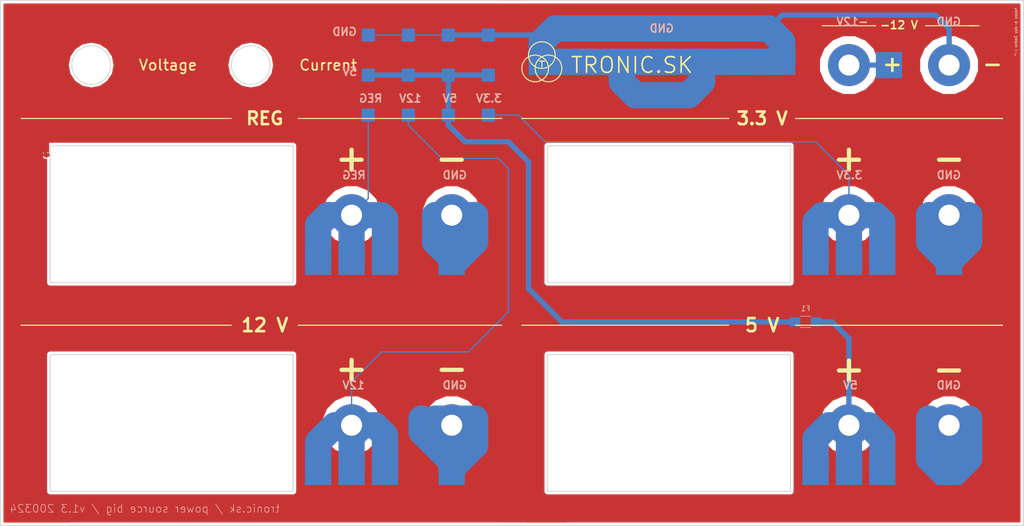
<source format=kicad_pcb>
(kicad_pcb (version 4) (host pcbnew 4.0.7)

  (general
    (links 39)
    (no_connects 2)
    (area 78.410999 24.689999 273.213501 124.877501)
    (thickness 1.6)
    (drawings 111)
    (tracks 142)
    (zones 0)
    (modules 48)
    (nets 12)
  )

  (page A4)
  (layers
    (0 F.Cu signal)
    (31 B.Cu signal)
    (32 B.Adhes user)
    (33 F.Adhes user)
    (34 B.Paste user)
    (35 F.Paste user)
    (36 B.SilkS user)
    (37 F.SilkS user)
    (38 B.Mask user)
    (39 F.Mask user)
    (40 Dwgs.User user)
    (41 Cmts.User user)
    (42 Eco1.User user)
    (43 Eco2.User user)
    (44 Edge.Cuts user)
    (45 Margin user)
    (46 B.CrtYd user)
    (47 F.CrtYd user)
    (48 B.Fab user)
    (49 F.Fab user)
  )

  (setup
    (last_trace_width 0.25)
    (trace_clearance 0.1)
    (zone_clearance 0.508)
    (zone_45_only no)
    (trace_min 0.2)
    (segment_width 0.2)
    (edge_width 0.15)
    (via_size 0.6)
    (via_drill 0.4)
    (via_min_size 0.4)
    (via_min_drill 0.3)
    (uvia_size 0.3)
    (uvia_drill 0.1)
    (uvias_allowed no)
    (uvia_min_size 0.2)
    (uvia_min_drill 0.1)
    (pcb_text_width 0.3)
    (pcb_text_size 1.5 1.5)
    (mod_edge_width 0.15)
    (mod_text_size 1 1)
    (mod_text_width 0.15)
    (pad_size 1.524 1.524)
    (pad_drill 0.762)
    (pad_to_mask_clearance 0.2)
    (aux_axis_origin 0 0)
    (grid_origin 130.683 96.139)
    (visible_elements 7FFFFFFF)
    (pcbplotparams
      (layerselection 0x010f0_80000001)
      (usegerberextensions true)
      (excludeedgelayer true)
      (linewidth 0.100000)
      (plotframeref false)
      (viasonmask false)
      (mode 1)
      (useauxorigin false)
      (hpglpennumber 1)
      (hpglpenspeed 20)
      (hpglpendiameter 15)
      (hpglpenoverlay 2)
      (psnegative false)
      (psa4output false)
      (plotreference true)
      (plotvalue true)
      (plotinvisibletext false)
      (padsonsilk false)
      (subtractmaskfromsilk false)
      (outputformat 1)
      (mirror false)
      (drillshape 0)
      (scaleselection 1)
      (outputdirectory gerber/))
  )

  (net 0 "")
  (net 1 aaa)
  (net 2 3V)
  (net 3 5V)
  (net 4 REG)
  (net 5 12V)
  (net 6 GND-REG)
  (net 7 GND-12V)
  (net 8 GND-3V)
  (net 9 GND-5V)
  (net 10 -12V)
  (net 11 GND)

  (net_class Default "This is the default net class."
    (clearance 0.1)
    (trace_width 0.25)
    (via_dia 0.6)
    (via_drill 0.4)
    (uvia_dia 0.3)
    (uvia_drill 0.1)
  )

  (net_class 2kv ""
    (clearance 1.5)
    (trace_width 1)
    (via_dia 1.5)
    (via_drill 1)
    (uvia_dia 0.75)
    (uvia_drill 0.25)
    (add_net -12V)
    (add_net 12V)
    (add_net 3V)
    (add_net 5V)
    (add_net GND)
    (add_net GND-12V)
    (add_net GND-3V)
    (add_net GND-5V)
    (add_net GND-REG)
    (add_net REG)
    (add_net aaa)
  )

  (net_class mains ""
    (clearance 0.5)
    (trace_width 5)
    (via_dia 3)
    (via_drill 2)
    (uvia_dia 1.5)
    (uvia_drill 0.5)
  )

  (net_class power ""
    (clearance 1)
    (trace_width 1)
    (via_dia 1.5)
    (via_drill 1)
    (uvia_dia 0.75)
    (uvia_drill 0.25)
  )

  (module Resistors_SMD:R_0201 (layer F.Cu) (tedit 5E787D1F) (tstamp 5B91AF20)
    (at 87.503 54.229)
    (descr "Resistor SMD 0201, reflow soldering, Vishay (see crcw0201e3.pdf)")
    (tags "resistor 0201")
    (path /5B922441)
    (attr smd)
    (fp_text reference R1 (at 0 -1.25) (layer F.SilkS) hide
      (effects (font (size 1 1) (thickness 0.15)))
    )
    (fp_text value R (at 0 1.3) (layer F.Fab) hide
      (effects (font (size 1 1) (thickness 0.15)))
    )
    (fp_text user %R (at 0 -1.25) (layer F.Fab) hide
      (effects (font (size 1 1) (thickness 0.15)))
    )
    (fp_line (start -0.3 0.15) (end -0.3 -0.15) (layer F.Fab) (width 0.1))
    (fp_line (start 0.3 0.15) (end -0.3 0.15) (layer F.Fab) (width 0.1))
    (fp_line (start 0.3 -0.15) (end 0.3 0.15) (layer F.Fab) (width 0.1))
    (fp_line (start -0.3 -0.15) (end 0.3 -0.15) (layer F.Fab) (width 0.1))
    (fp_line (start 0.12 -0.44) (end -0.12 -0.44) (layer F.SilkS) (width 0.12))
    (fp_line (start -0.12 0.44) (end 0.12 0.44) (layer F.SilkS) (width 0.12))
    (fp_line (start -0.55 -0.37) (end 0.55 -0.37) (layer F.CrtYd) (width 0.05))
    (fp_line (start -0.55 -0.37) (end -0.55 0.36) (layer F.CrtYd) (width 0.05))
    (fp_line (start 0.55 0.36) (end 0.55 -0.37) (layer F.CrtYd) (width 0.05))
    (fp_line (start 0.55 0.36) (end -0.55 0.36) (layer F.CrtYd) (width 0.05))
    (pad 1 smd rect (at -0.26 0) (size 0.28 0.43) (layers F.Cu F.Paste F.Mask)
      (net 1 aaa))
    (pad 2 smd rect (at 0.26 0) (size 0.28 0.43) (layers F.Cu F.Paste F.Mask)
      (net 1 aaa))
    (model ${KISYS3DMOD}/Resistors_SMD.3dshapes/R_0201.wrl
      (at (xyz 0 0 0))
      (scale (xyz 1 1 1))
      (rotate (xyz 0 0 0))
    )
  )

  (module psw-library:psw-kontakt-smd-maly (layer B.Cu) (tedit 5E77A085) (tstamp 5E768E93)
    (at 163.703 38.989)
    (path /5E76AF50)
    (fp_text reference 5V-meter1 (at 0 -3.683) (layer B.SilkS) hide
      (effects (font (size 1 1) (thickness 0.15)) (justify mirror))
    )
    (fp_text value 5V-meter (at -0.0635 3.4925) (layer B.Fab)
      (effects (font (size 1 1) (thickness 0.15)) (justify mirror))
    )
    (pad 1 smd rect (at 0 0) (size 2.5 2.5) (layers B.Cu B.Paste B.Mask)
      (net 3 5V))
  )

  (module psw-library:psw-kontakt-smd-maly (layer B.Cu) (tedit 5E77A083) (tstamp 5E768E98)
    (at 171.323 38.989)
    (path /5E76AFBB)
    (fp_text reference 5V-meter4 (at 0 -3.683) (layer B.SilkS) hide
      (effects (font (size 1 1) (thickness 0.15)) (justify mirror))
    )
    (fp_text value 5V-meter (at -0.0635 3.4925) (layer B.Fab)
      (effects (font (size 1 1) (thickness 0.15)) (justify mirror))
    )
    (pad 1 smd rect (at 0 0) (size 2.5 2.5) (layers B.Cu B.Paste B.Mask)
      (net 3 5V))
  )

  (module psw-library:psw-kontakt-smd-maly (layer B.Cu) (tedit 5E77A098) (tstamp 5E768E9D)
    (at 148.463 31.369)
    (path /5E76B3D8)
    (fp_text reference gnd-meter3 (at 0 -3.683) (layer B.SilkS) hide
      (effects (font (size 1 1) (thickness 0.15)) (justify mirror))
    )
    (fp_text value gnd-meter (at -0.0635 3.4925) (layer B.Fab)
      (effects (font (size 1 1) (thickness 0.15)) (justify mirror))
    )
    (pad 1 smd rect (at 0 0) (size 2.5 2.5) (layers B.Cu B.Paste B.Mask)
      (net 11 GND))
  )

  (module psw-library:psw-kontakt-smd-maly (layer B.Cu) (tedit 5E77A092) (tstamp 5E768EA2)
    (at 163.703 31.369)
    (path /5E76B73E)
    (fp_text reference gnd-meter4 (at 0 -3.683) (layer B.SilkS) hide
      (effects (font (size 1 1) (thickness 0.15)) (justify mirror))
    )
    (fp_text value gnd-meter (at -0.0635 3.4925) (layer B.Fab)
      (effects (font (size 1 1) (thickness 0.15)) (justify mirror))
    )
    (pad 1 smd rect (at 0 0) (size 2.5 2.5) (layers B.Cu B.Paste B.Mask)
      (net 11 GND))
  )

  (module psw-library:psw-kontakt-smd-maly (layer B.Cu) (tedit 5E77A089) (tstamp 5E776E67)
    (at 156.083 38.989)
    (path /5C3BD212)
    (fp_text reference 5V-meter2 (at 0 -3.683) (layer B.SilkS) hide
      (effects (font (size 1 1) (thickness 0.15)) (justify mirror))
    )
    (fp_text value 5V-meter (at -0.0635 3.4925) (layer B.Fab)
      (effects (font (size 1 1) (thickness 0.15)) (justify mirror))
    )
    (pad 1 smd rect (at 0 0) (size 2.5 2.5) (layers B.Cu B.Paste B.Mask)
      (net 3 5V))
  )

  (module psw-library:psw-kontakt-smd-maly (layer B.Cu) (tedit 5E77A08C) (tstamp 5E776E6C)
    (at 148.463 38.989)
    (path /5C3BD4E8)
    (fp_text reference 5V-meter3 (at 0 -3.683) (layer B.SilkS) hide
      (effects (font (size 1 1) (thickness 0.15)) (justify mirror))
    )
    (fp_text value 5V-meter (at -0.0635 3.4925) (layer B.Fab)
      (effects (font (size 1 1) (thickness 0.15)) (justify mirror))
    )
    (pad 1 smd rect (at 0 0) (size 2.5 2.5) (layers B.Cu B.Paste B.Mask)
      (net 3 5V))
  )

  (module psw-library:psw-kontakt-smd-maly (layer B.Cu) (tedit 5E77A07C) (tstamp 5E776E76)
    (at 156.083 46.609)
    (path /5C3BDA25)
    (fp_text reference 12V-measure1 (at 0 -3.683) (layer B.SilkS) hide
      (effects (font (size 1 1) (thickness 0.15)) (justify mirror))
    )
    (fp_text value 12V-measure (at -0.0635 3.4925) (layer B.Fab)
      (effects (font (size 1 1) (thickness 0.15)) (justify mirror))
    )
    (pad 1 smd rect (at 0 0) (size 2.5 2.5) (layers B.Cu B.Paste B.Mask)
      (net 5 12V))
  )

  (module Resistors_SMD:R_1206_HandSoldering (layer B.Cu) (tedit 5E77AB2B) (tstamp 5E776E91)
    (at 231.648 85.979)
    (descr "Resistor SMD 1206, hand soldering")
    (tags "resistor 1206")
    (path /5B91CCD0)
    (attr smd)
    (fp_text reference F1 (at 0 -2.54 180) (layer B.SilkS)
      (effects (font (size 1 1) (thickness 0.15)) (justify mirror))
    )
    (fp_text value Fuse (at 0 -1.9) (layer B.Fab)
      (effects (font (size 1 1) (thickness 0.15)) (justify mirror))
    )
    (fp_text user %R (at 0 0) (layer B.Fab)
      (effects (font (size 0.7 0.7) (thickness 0.105)) (justify mirror))
    )
    (fp_line (start -1.6 -0.8) (end -1.6 0.8) (layer B.Fab) (width 0.1))
    (fp_line (start 1.6 -0.8) (end -1.6 -0.8) (layer B.Fab) (width 0.1))
    (fp_line (start 1.6 0.8) (end 1.6 -0.8) (layer B.Fab) (width 0.1))
    (fp_line (start -1.6 0.8) (end 1.6 0.8) (layer B.Fab) (width 0.1))
    (fp_line (start 1 -1.07) (end -1 -1.07) (layer B.SilkS) (width 0.12))
    (fp_line (start -1 1.07) (end 1 1.07) (layer B.SilkS) (width 0.12))
    (fp_line (start -3.25 1.11) (end 3.25 1.11) (layer B.CrtYd) (width 0.05))
    (fp_line (start -3.25 1.11) (end -3.25 -1.1) (layer B.CrtYd) (width 0.05))
    (fp_line (start 3.25 -1.1) (end 3.25 1.11) (layer B.CrtYd) (width 0.05))
    (fp_line (start 3.25 -1.1) (end -3.25 -1.1) (layer B.CrtYd) (width 0.05))
    (pad 1 smd rect (at -2 0) (size 2 1.7) (layers B.Cu B.Paste B.Mask)
      (net 3 5V))
    (pad 2 smd rect (at 2 0) (size 2 1.7) (layers B.Cu B.Paste B.Mask)
      (net 3 5V))
    (model ${KISYS3DMOD}/Resistors_SMD.3dshapes/R_1206.wrl
      (at (xyz 0 0 0))
      (scale (xyz 1 1 1))
      (rotate (xyz 0 0 0))
    )
  )

  (module psw-library:psw-kontakt-smd-maly (layer B.Cu) (tedit 5E77A08F) (tstamp 5E776EA5)
    (at 171.323 31.369)
    (path /5C3BC43C)
    (fp_text reference gnd-meter1 (at 0 -3.683) (layer B.SilkS) hide
      (effects (font (size 1 1) (thickness 0.15)) (justify mirror))
    )
    (fp_text value gnd-meter (at -0.0635 3.4925) (layer B.Fab)
      (effects (font (size 1 1) (thickness 0.15)) (justify mirror))
    )
    (pad 1 smd rect (at 0 0) (size 2.5 2.5) (layers B.Cu B.Paste B.Mask)
      (net 11 GND))
  )

  (module psw-library:psw-kontakt-smd-maly (layer B.Cu) (tedit 5E77A095) (tstamp 5E776EAA)
    (at 156.083 31.369)
    (path /5B68FE7B)
    (fp_text reference gnd-meter2 (at 0 -3.683) (layer B.SilkS) hide
      (effects (font (size 1 1) (thickness 0.15)) (justify mirror))
    )
    (fp_text value gnd-meter (at -0.0635 3.4925) (layer B.Fab)
      (effects (font (size 1 1) (thickness 0.15)) (justify mirror))
    )
    (pad 1 smd rect (at 0 0) (size 2.5 2.5) (layers B.Cu B.Paste B.Mask)
      (net 11 GND))
  )

  (module psw-library:psw-kontakt-smd-maly (layer B.Cu) (tedit 5E77A079) (tstamp 5E777552)
    (at 171.323 46.609)
    (path /5E7793CA)
    (fp_text reference 3V-measure1 (at 0 -3.683) (layer B.SilkS) hide
      (effects (font (size 1 1) (thickness 0.15)) (justify mirror))
    )
    (fp_text value 3V-measure (at -0.0635 3.4925) (layer B.Fab)
      (effects (font (size 1 1) (thickness 0.15)) (justify mirror))
    )
    (pad 1 smd rect (at 0 0) (size 2.5 2.5) (layers B.Cu B.Paste B.Mask)
      (net 2 3V))
  )

  (module psw-library:psw-kontakt-smd-maly (layer B.Cu) (tedit 5E77A07F) (tstamp 5E777556)
    (at 163.703 46.609)
    (path /5E77932F)
    (fp_text reference 5V-measure1 (at 0 -3.683) (layer B.SilkS) hide
      (effects (font (size 1 1) (thickness 0.15)) (justify mirror))
    )
    (fp_text value 5V-measure (at -0.0635 3.4925) (layer B.Fab)
      (effects (font (size 1 1) (thickness 0.15)) (justify mirror))
    )
    (pad 1 smd rect (at 0 0) (size 2.5 2.5) (layers B.Cu B.Paste B.Mask)
      (net 3 5V))
  )

  (module psw-library:psw-kontakt-smd-maly (layer B.Cu) (tedit 5E77A075) (tstamp 5E77755A)
    (at 148.463 46.609)
    (path /5B68E808)
    (fp_text reference REG-measure1 (at 0 -3.683) (layer B.SilkS) hide
      (effects (font (size 1 1) (thickness 0.15)) (justify mirror))
    )
    (fp_text value REG-measure (at -0.0635 3.4925) (layer B.Fab)
      (effects (font (size 1 1) (thickness 0.15)) (justify mirror))
    )
    (pad 1 smd rect (at 0 0) (size 2.5 2.5) (layers B.Cu B.Paste B.Mask)
      (net 4 REG))
  )

  (module psw-library:psw-kontakt-smd-velky (layer B.Cu) (tedit 5E77A9F1) (tstamp 5E777BCB)
    (at 181.483 36.449)
    (path /5E77AE41)
    (fp_text reference gnd1 (at 0 -3.683) (layer B.SilkS) hide
      (effects (font (size 1 1) (thickness 0.15)) (justify mirror))
    )
    (fp_text value gnd (at -0.0635 3.4925) (layer B.Fab)
      (effects (font (size 1 1) (thickness 0.15)) (justify mirror))
    )
    (pad 1 smd rect (at 0 0) (size 5 5) (layers B.Cu B.Paste B.Mask)
      (net 11 GND))
  )

  (module psw-library:psw-kontakt-smd-velky (layer B.Cu) (tedit 5E77A9EA) (tstamp 5E777BD0)
    (at 189.103 36.449)
    (path /5E77AE48)
    (fp_text reference gnd2 (at 0 -3.683) (layer B.SilkS) hide
      (effects (font (size 1 1) (thickness 0.15)) (justify mirror))
    )
    (fp_text value gnd (at -0.0635 3.4925) (layer B.Fab)
      (effects (font (size 1 1) (thickness 0.15)) (justify mirror))
    )
    (pad 1 smd rect (at 0 0) (size 5 5) (layers B.Cu B.Paste B.Mask)
      (net 11 GND))
  )

  (module psw-library:psw-kontakt-smd-velky (layer B.Cu) (tedit 5E77A9E2) (tstamp 5E777BDA)
    (at 204.343 36.449)
    (path /5E77AC6E)
    (fp_text reference gnd4 (at 0 -3.683) (layer B.SilkS) hide
      (effects (font (size 1 1) (thickness 0.15)) (justify mirror))
    )
    (fp_text value gnd (at -0.0635 3.4925) (layer B.Fab)
      (effects (font (size 1 1) (thickness 0.15)) (justify mirror))
    )
    (pad 1 smd rect (at 0 0) (size 5 5) (layers B.Cu B.Paste B.Mask)
      (net 11 GND))
  )

  (module psw-library:psw-kontakt-smd-velky (layer B.Cu) (tedit 5E77A2A0) (tstamp 5E777BDF)
    (at 227.203 36.449)
    (path /5E77AF2E)
    (fp_text reference gnd5 (at 0 -3.683) (layer B.SilkS) hide
      (effects (font (size 1 1) (thickness 0.15)) (justify mirror))
    )
    (fp_text value gnd (at -0.0635 3.4925) (layer B.Fab)
      (effects (font (size 1 1) (thickness 0.15)) (justify mirror))
    )
    (pad 1 smd rect (at 0 0) (size 5 5) (layers B.Cu B.Paste B.Mask)
      (net 11 GND))
  )

  (module psw-library:psw-kontakt-smd-velky (layer B.Cu) (tedit 5E77A2A6) (tstamp 5E777BE4)
    (at 211.963 36.449)
    (path /5E77AF35)
    (fp_text reference gnd6 (at 0 -3.683) (layer B.SilkS) hide
      (effects (font (size 1 1) (thickness 0.15)) (justify mirror))
    )
    (fp_text value gnd (at -0.0635 3.4925) (layer B.Fab)
      (effects (font (size 1 1) (thickness 0.15)) (justify mirror))
    )
    (pad 1 smd rect (at 0 0) (size 5 5) (layers B.Cu B.Paste B.Mask)
      (net 11 GND))
  )

  (module psw-library:psw-kontakt-smd-velky (layer B.Cu) (tedit 5E77A9E5) (tstamp 5E777D2C)
    (at 196.723 36.449)
    (path /5B68C7C4)
    (fp_text reference gnd3 (at 0 -3.683) (layer B.SilkS) hide
      (effects (font (size 1 1) (thickness 0.15)) (justify mirror))
    )
    (fp_text value gnd (at -0.0635 3.4925) (layer B.Fab)
      (effects (font (size 1 1) (thickness 0.15)) (justify mirror))
    )
    (pad 1 smd rect (at 0 0) (size 5 5) (layers B.Cu B.Paste B.Mask)
      (net 11 GND))
  )

  (module psw-library:psw-kontakt-smd-velky (layer B.Cu) (tedit 5E77A27D) (tstamp 5E777DC6)
    (at 233.553 114.554)
    (path /5C3CD5F9)
    (fp_text reference 5V1 (at 0 -3.683) (layer B.SilkS) hide
      (effects (font (size 1 1) (thickness 0.15)) (justify mirror))
    )
    (fp_text value 5V (at -0.0635 3.4925) (layer B.Fab)
      (effects (font (size 1 1) (thickness 0.15)) (justify mirror))
    )
    (pad 1 smd rect (at 0 0) (size 5 5) (layers B.Cu B.Paste B.Mask)
      (net 3 5V))
  )

  (module psw-library:psw-kontakt-smd-velky (layer B.Cu) (tedit 5E77A27B) (tstamp 5E777DCB)
    (at 239.903 114.554)
    (path /5E77C868)
    (fp_text reference 5V2 (at 0 -3.683) (layer B.SilkS) hide
      (effects (font (size 1 1) (thickness 0.15)) (justify mirror))
    )
    (fp_text value 5V (at -0.0635 3.4925) (layer B.Fab)
      (effects (font (size 1 1) (thickness 0.15)) (justify mirror))
    )
    (pad 1 smd rect (at 0 0) (size 5 5) (layers B.Cu B.Paste B.Mask)
      (net 3 5V))
  )

  (module psw-library:psw-kontakt-smd-velky (layer B.Cu) (tedit 5E77A276) (tstamp 5E777DD0)
    (at 246.253 114.554)
    (path /5E77C8CE)
    (fp_text reference 5V3 (at 0 -3.683) (layer B.SilkS) hide
      (effects (font (size 1 1) (thickness 0.15)) (justify mirror))
    )
    (fp_text value 5V (at -0.0635 3.4925) (layer B.Fab)
      (effects (font (size 1 1) (thickness 0.15)) (justify mirror))
    )
    (pad 1 smd rect (at 0 0) (size 5 5) (layers B.Cu B.Paste B.Mask)
      (net 3 5V))
  )

  (module psw-library:psw-bananik (layer B.Cu) (tedit 5E77A26C) (tstamp 5E777E13)
    (at 239.903 105.664)
    (path /5C3CDD09)
    (fp_text reference panel-5V1 (at 0 -5.207) (layer B.SilkS) hide
      (effects (font (size 1 1) (thickness 0.15)) (justify mirror))
    )
    (fp_text value panel-5V (at 0.0635 4.8895) (layer B.Fab)
      (effects (font (size 1 1) (thickness 0.15)) (justify mirror))
    )
    (pad 1 thru_hole circle (at 0 0) (size 8 8) (drill 4) (layers *.Cu *.Mask)
      (net 3 5V))
  )

  (module psw-library:psw-bananik (layer B.Cu) (tedit 5E77A234) (tstamp 5E777F3A)
    (at 145.288 65.659)
    (path /5C3CCF93)
    (fp_text reference panel-REG1 (at 0 -5.207) (layer B.SilkS) hide
      (effects (font (size 1 1) (thickness 0.15)) (justify mirror))
    )
    (fp_text value panel-REG (at 0.0635 4.8895) (layer B.Fab)
      (effects (font (size 1 1) (thickness 0.15)) (justify mirror))
    )
    (pad 1 thru_hole circle (at 0 0) (size 8 8) (drill 4) (layers *.Cu *.Mask)
      (net 4 REG))
  )

  (module psw-library:psw-kontakt-smd-velky (layer B.Cu) (tedit 5E77A249) (tstamp 5E777F3F)
    (at 138.938 74.549)
    (path /5C3CE74C)
    (fp_text reference REG1 (at 0 -3.683) (layer B.SilkS) hide
      (effects (font (size 1 1) (thickness 0.15)) (justify mirror))
    )
    (fp_text value REG (at -0.0635 3.4925) (layer B.Fab)
      (effects (font (size 1 1) (thickness 0.15)) (justify mirror))
    )
    (pad 1 smd rect (at 0 0) (size 5 5) (layers B.Cu B.Paste B.Mask)
      (net 4 REG))
  )

  (module psw-library:psw-kontakt-smd-velky (layer B.Cu) (tedit 5E77A24E) (tstamp 5E777F44)
    (at 145.288 74.549)
    (path /5E77CD24)
    (fp_text reference REG2 (at 0 -3.683) (layer B.SilkS) hide
      (effects (font (size 1 1) (thickness 0.15)) (justify mirror))
    )
    (fp_text value REG (at -0.0635 3.4925) (layer B.Fab)
      (effects (font (size 1 1) (thickness 0.15)) (justify mirror))
    )
    (pad 1 smd rect (at 0 0) (size 5 5) (layers B.Cu B.Paste B.Mask)
      (net 4 REG))
  )

  (module psw-library:psw-kontakt-smd-velky (layer B.Cu) (tedit 5E77A246) (tstamp 5E777F49)
    (at 151.638 74.549)
    (path /5E77CDAF)
    (fp_text reference REG3 (at 0 -3.683) (layer B.SilkS) hide
      (effects (font (size 1 1) (thickness 0.15)) (justify mirror))
    )
    (fp_text value REG (at -0.0635 3.4925) (layer B.Fab)
      (effects (font (size 1 1) (thickness 0.15)) (justify mirror))
    )
    (pad 1 smd rect (at 0 0) (size 5 5) (layers B.Cu B.Paste B.Mask)
      (net 4 REG))
  )

  (module psw-library:psw-kontakt-smd-velky (layer B.Cu) (tedit 5E77A284) (tstamp 5E77800D)
    (at 233.553 74.549)
    (path /5E77D69F)
    (fp_text reference 3V1 (at 0 -3.683) (layer B.SilkS) hide
      (effects (font (size 1 1) (thickness 0.15)) (justify mirror))
    )
    (fp_text value 3V (at -0.0635 3.4925) (layer B.Fab)
      (effects (font (size 1 1) (thickness 0.15)) (justify mirror))
    )
    (pad 1 smd rect (at 0 0) (size 5 5) (layers B.Cu B.Paste B.Mask)
      (net 2 3V))
  )

  (module psw-library:psw-kontakt-smd-velky (layer B.Cu) (tedit 5E77A28D) (tstamp 5E778012)
    (at 239.903 74.549)
    (path /5E77D6AC)
    (fp_text reference 3V2 (at 0 -3.683) (layer B.SilkS) hide
      (effects (font (size 1 1) (thickness 0.15)) (justify mirror))
    )
    (fp_text value 3V (at -0.0635 3.4925) (layer B.Fab)
      (effects (font (size 1 1) (thickness 0.15)) (justify mirror))
    )
    (pad 1 smd rect (at 0 0) (size 5 5) (layers B.Cu B.Paste B.Mask)
      (net 2 3V))
  )

  (module psw-library:psw-kontakt-smd-velky (layer B.Cu) (tedit 5E77A289) (tstamp 5E778017)
    (at 246.253 74.549)
    (path /5E77D6B3)
    (fp_text reference 3V3 (at 0 -3.683) (layer B.SilkS) hide
      (effects (font (size 1 1) (thickness 0.15)) (justify mirror))
    )
    (fp_text value 3V (at -0.0635 3.4925) (layer B.Fab)
      (effects (font (size 1 1) (thickness 0.15)) (justify mirror))
    )
    (pad 1 smd rect (at 0 0) (size 5 5) (layers B.Cu B.Paste B.Mask)
      (net 2 3V))
  )

  (module psw-library:psw-kontakt-smd-velky (layer B.Cu) (tedit 5E77A240) (tstamp 5E77801C)
    (at 164.338 74.549)
    (path /5E77D7B7)
    (fp_text reference GND-REG2 (at 0 -3.683) (layer B.SilkS) hide
      (effects (font (size 1 1) (thickness 0.15)) (justify mirror))
    )
    (fp_text value GND-REG (at -0.0635 3.4925) (layer B.Fab)
      (effects (font (size 1 1) (thickness 0.15)) (justify mirror))
    )
    (pad 1 smd rect (at 0 0) (size 5 5) (layers B.Cu B.Paste B.Mask)
      (net 6 GND-REG))
  )

  (module psw-library:psw-kontakt-smd-velky (layer B.Cu) (tedit 5E77A266) (tstamp 5E778021)
    (at 145.288 114.554)
    (path /5E77D7C4)
    (fp_text reference 12V2 (at 0 -3.683) (layer B.SilkS) hide
      (effects (font (size 1 1) (thickness 0.15)) (justify mirror))
    )
    (fp_text value 12V (at -0.0635 3.4925) (layer B.Fab)
      (effects (font (size 1 1) (thickness 0.15)) (justify mirror))
    )
    (pad 1 smd rect (at 0 0) (size 5 5) (layers B.Cu B.Paste B.Mask)
      (net 5 12V))
  )

  (module psw-library:psw-kontakt-smd-velky (layer B.Cu) (tedit 5E77A260) (tstamp 5E778026)
    (at 151.638 114.554)
    (path /5E77D7CB)
    (fp_text reference 12V3 (at 0 -3.683) (layer B.SilkS) hide
      (effects (font (size 1 1) (thickness 0.15)) (justify mirror))
    )
    (fp_text value 12V (at -0.0635 3.4925) (layer B.Fab)
      (effects (font (size 1 1) (thickness 0.15)) (justify mirror))
    )
    (pad 1 smd rect (at 0 0) (size 5 5) (layers B.Cu B.Paste B.Mask)
      (net 5 12V))
  )

  (module psw-library:psw-bananik (layer B.Cu) (tedit 5E77A286) (tstamp 5E77802B)
    (at 239.903 65.659)
    (path /5E77D6A5)
    (fp_text reference panel-3V1 (at 0 -5.207) (layer B.SilkS) hide
      (effects (font (size 1 1) (thickness 0.15)) (justify mirror))
    )
    (fp_text value panel-3V (at 0.0635 4.8895) (layer B.Fab)
      (effects (font (size 1 1) (thickness 0.15)) (justify mirror))
    )
    (pad 1 thru_hole circle (at 0 0) (size 8 8) (drill 4) (layers *.Cu *.Mask)
      (net 2 3V))
  )

  (module psw-library:psw-bananik (layer B.Cu) (tedit 5E77A256) (tstamp 5E778030)
    (at 145.288 105.664)
    (path /5E77D7BD)
    (fp_text reference panel-12V1 (at 0 -5.207) (layer B.SilkS) hide
      (effects (font (size 1 1) (thickness 0.15)) (justify mirror))
    )
    (fp_text value panel-12V (at 0.0635 4.8895) (layer B.Fab)
      (effects (font (size 1 1) (thickness 0.15)) (justify mirror))
    )
    (pad 1 thru_hole circle (at 0 0) (size 8 8) (drill 4) (layers *.Cu *.Mask)
      (net 5 12V))
  )

  (module psw-library:psw-kontakt-smd-velky (layer B.Cu) (tedit 5E77A9D5) (tstamp 5E7780D9)
    (at 138.938 114.554)
    (path /5E780703)
    (fp_text reference 12V1 (at 0.635 -0.635) (layer B.SilkS) hide
      (effects (font (size 1 1) (thickness 0.15)) (justify mirror))
    )
    (fp_text value 12V (at -0.0635 3.4925) (layer B.Fab)
      (effects (font (size 1 1) (thickness 0.15)) (justify mirror))
    )
    (pad 1 smd rect (at 0 0) (size 5 5) (layers B.Cu B.Paste B.Mask)
      (net 5 12V))
  )

  (module psw-library:psw-bananik (layer B.Cu) (tedit 5E77A238) (tstamp 5E7780DE)
    (at 164.338 65.659)
    (path /5E77FB41)
    (fp_text reference GND-REG1 (at 0 -5.207) (layer B.SilkS) hide
      (effects (font (size 1 1) (thickness 0.15)) (justify mirror))
    )
    (fp_text value GND-REG (at 0.0635 4.8895) (layer B.Fab)
      (effects (font (size 1 1) (thickness 0.15)) (justify mirror))
    )
    (pad 1 thru_hole circle (at 0 0) (size 8 8) (drill 4) (layers *.Cu *.Mask)
      (net 6 GND-REG))
  )

  (module psw-library:psw-bananik (layer B.Cu) (tedit 5E77A258) (tstamp 5E7780ED)
    (at 164.338 105.664)
    (path /5E77FD1A)
    (fp_text reference GND-12V1 (at 0 -5.207) (layer B.SilkS) hide
      (effects (font (size 1 1) (thickness 0.15)) (justify mirror))
    )
    (fp_text value GND-12V (at 0.0635 4.8895) (layer B.Fab)
      (effects (font (size 1 1) (thickness 0.15)) (justify mirror))
    )
    (pad 1 thru_hole circle (at 0 0) (size 8 8) (drill 4) (layers *.Cu *.Mask)
      (net 7 GND-12V))
  )

  (module psw-library:psw-bananik (layer B.Cu) (tedit 5E77A26F) (tstamp 5E7780F2)
    (at 258.953 105.664)
    (path /5E77FE84)
    (fp_text reference GND-5V1 (at 0 -5.207) (layer B.SilkS) hide
      (effects (font (size 1 1) (thickness 0.15)) (justify mirror))
    )
    (fp_text value GND-3V (at 0.0635 4.8895) (layer B.Fab)
      (effects (font (size 1 1) (thickness 0.15)) (justify mirror))
    )
    (pad 1 thru_hole circle (at 0 0) (size 8 8) (drill 4) (layers *.Cu *.Mask)
      (net 9 GND-5V))
  )

  (module psw-library:psw-bananik (layer B.Cu) (tedit 5E77A291) (tstamp 5E7780F7)
    (at 258.953 65.659)
    (path /5E77FD9C)
    (fp_text reference GND-3V1 (at 0 -5.207) (layer B.SilkS) hide
      (effects (font (size 1 1) (thickness 0.15)) (justify mirror))
    )
    (fp_text value GND-3V (at 0.0635 4.8895) (layer B.Fab)
      (effects (font (size 1 1) (thickness 0.15)) (justify mirror))
    )
    (pad 1 thru_hole circle (at 0 0) (size 8 8) (drill 4) (layers *.Cu *.Mask)
      (net 8 GND-3V))
  )

  (module psw-library:psw-kontakt-smd-velky (layer B.Cu) (tedit 5E77A25C) (tstamp 5E7781BD)
    (at 164.338 114.554)
    (path /5E780C99)
    (fp_text reference GND-12V2 (at 0 -3.683) (layer B.SilkS) hide
      (effects (font (size 1 1) (thickness 0.15)) (justify mirror))
    )
    (fp_text value GND-12V (at -0.0635 3.4925) (layer B.Fab)
      (effects (font (size 1 1) (thickness 0.15)) (justify mirror))
    )
    (pad 1 smd rect (at 0 0) (size 5 5) (layers B.Cu B.Paste B.Mask)
      (net 7 GND-12V))
  )

  (module psw-library:psw-kontakt-smd-velky (layer B.Cu) (tedit 5E77A2A4) (tstamp 5E7781C2)
    (at 219.583 36.449)
    (path /5E781AC9)
    (fp_text reference gnd7 (at 0 -3.683) (layer B.SilkS) hide
      (effects (font (size 1 1) (thickness 0.15)) (justify mirror))
    )
    (fp_text value gnd (at -0.0635 3.4925) (layer B.Fab)
      (effects (font (size 1 1) (thickness 0.15)) (justify mirror))
    )
    (pad 1 smd rect (at 0 0) (size 5 5) (layers B.Cu B.Paste B.Mask)
      (net 11 GND))
  )

  (module psw-library:psw-kontakt-smd-velky (layer B.Cu) (tedit 5E77A294) (tstamp 5E778265)
    (at 258.953 74.549)
    (path /5E782BBD)
    (fp_text reference GND-3V2 (at 0 -3.683) (layer B.SilkS) hide
      (effects (font (size 1 1) (thickness 0.15)) (justify mirror))
    )
    (fp_text value GND-3V (at -0.0635 3.4925) (layer B.Fab)
      (effects (font (size 1 1) (thickness 0.15)) (justify mirror))
    )
    (pad 1 smd rect (at 0 0) (size 5 5) (layers B.Cu B.Paste B.Mask)
      (net 8 GND-3V))
  )

  (module psw-library:psw-kontakt-smd-velky (layer B.Cu) (tedit 5E77A274) (tstamp 5E77826A)
    (at 258.953 114.554)
    (path /5E782A87)
    (fp_text reference GND-5V2 (at 0 -3.683) (layer B.SilkS) hide
      (effects (font (size 1 1) (thickness 0.15)) (justify mirror))
    )
    (fp_text value GND-5V (at -0.0635 3.4925) (layer B.Fab)
      (effects (font (size 1 1) (thickness 0.15)) (justify mirror))
    )
    (pad 1 smd rect (at 0 0) (size 5 5) (layers B.Cu B.Paste B.Mask)
      (net 9 GND-5V))
  )

  (module psw-library:psw-bananik (layer B.Cu) (tedit 5E77C5A2) (tstamp 5E77971C)
    (at 239.903 37.084)
    (path /5E77A4C0)
    (fp_text reference -12V1 (at 0 -5.207) (layer B.SilkS) hide
      (effects (font (size 1 1) (thickness 0.15)) (justify mirror))
    )
    (fp_text value -12V (at 0.0635 4.8895) (layer B.Fab)
      (effects (font (size 1 1) (thickness 0.15)) (justify mirror))
    )
    (pad 1 thru_hole circle (at 0 0) (size 8 8) (drill 4) (layers *.Cu *.Mask)
      (net 10 -12V))
  )

  (module psw-library:psw-bananik (layer B.Cu) (tedit 5E77C5A7) (tstamp 5E779721)
    (at 258.953 37.084)
    (path /5E77BA8B)
    (fp_text reference GND-12V3 (at 0 -5.207) (layer B.SilkS) hide
      (effects (font (size 1 1) (thickness 0.15)) (justify mirror))
    )
    (fp_text value GND-12V (at 0.0635 4.8895) (layer B.Fab)
      (effects (font (size 1 1) (thickness 0.15)) (justify mirror))
    )
    (pad 1 thru_hole circle (at 0 0) (size 8 8) (drill 4) (layers *.Cu *.Mask)
      (net 11 GND))
  )

  (module psw-library:psw-kontakt-smd-velky (layer B.Cu) (tedit 5E77A29C) (tstamp 5E779F1E)
    (at 247.523 37.084)
    (path /5E77C599)
    (fp_text reference -12V2 (at 0 -3.683) (layer B.SilkS) hide
      (effects (font (size 1 1) (thickness 0.15)) (justify mirror))
    )
    (fp_text value -12V (at -0.0635 3.4925) (layer B.Fab)
      (effects (font (size 1 1) (thickness 0.15)) (justify mirror))
    )
    (pad 1 smd rect (at 0 0) (size 5 5) (layers B.Cu B.Paste B.Mask)
      (net 10 -12V))
  )

  (gr_line (start 181.483 36.322) (end 181.483 37.465) (angle 90) (layer F.SilkS) (width 0.2))
  (gr_line (start 181.991 36.322) (end 181.483 36.322) (angle 90) (layer F.SilkS) (width 0.2))
  (gr_line (start 180.975 36.322) (end 181.991 36.322) (angle 90) (layer F.SilkS) (width 0.2))
  (gr_circle (center 181.483 35.179) (end 181.483 37.719) (layer F.SilkS) (width 0.2))
  (gr_circle (center 182.753 37.719) (end 182.753 40.259) (layer F.SilkS) (width 0.2))
  (gr_circle (center 180.213 37.719) (end 180.213 40.259) (layer F.SilkS) (width 0.2))
  (gr_text TRONIC.SK (at 198.628 37.084) (layer F.SilkS)
    (effects (font (size 3 3) (thickness 0.3)))
  )
  (gr_circle (center 126.111 37.084) (end 129.794 37.084) (layer Edge.Cuts) (width 0.15))
  (gr_circle (center 95.758 37.084) (end 99.441 37.084) (layer Edge.Cuts) (width 0.15))
  (gr_text - (at 267.208 36.83) (layer F.SilkS)
    (effects (font (size 3 3) (thickness 0.5)))
  )
  (gr_text + (at 248.158 36.83) (layer F.SilkS)
    (effects (font (size 3 3) (thickness 0.5)))
  )
  (gr_text + (at 145.288 94.742) (layer F.SilkS)
    (effects (font (size 5 5) (thickness 0.8)))
  )
  (gr_text + (at 145.288 54.737) (layer F.SilkS)
    (effects (font (size 5 5) (thickness 0.8)))
  )
  (gr_text - (at 164.338 54.737) (layer F.SilkS)
    (effects (font (size 5 5) (thickness 0.8)))
  )
  (gr_text - (at 164.338 94.742) (layer F.SilkS)
    (effects (font (size 5 5) (thickness 0.8)))
  )
  (gr_text - (at 258.953 94.869) (layer F.SilkS)
    (effects (font (size 5 5) (thickness 0.8)))
  )
  (gr_text + (at 239.903 94.869) (layer F.SilkS)
    (effects (font (size 5 5) (thickness 0.8)))
  )
  (gr_text - (at 258.953 54.737) (layer F.SilkS)
    (effects (font (size 5 5) (thickness 0.8)))
  )
  (gr_text + (at 239.903 54.737) (layer F.SilkS)
    (effects (font (size 5 5) (thickness 0.8)))
  )
  (gr_line (start 122.428 86.614) (end 82.423 86.614) (angle 90) (layer F.SilkS) (width 0.2))
  (gr_line (start 173.863 86.614) (end 135.128 86.614) (angle 90) (layer F.SilkS) (width 0.2))
  (gr_line (start 217.043 86.614) (end 177.673 86.614) (angle 90) (layer F.SilkS) (width 0.2))
  (gr_line (start 269.113 86.614) (end 229.743 86.614) (angle 90) (layer F.SilkS) (width 0.2))
  (gr_line (start 229.743 47.244) (end 269.113 47.244) (angle 90) (layer F.SilkS) (width 0.2))
  (gr_line (start 177.673 47.244) (end 217.043 47.244) (angle 90) (layer F.SilkS) (width 0.2))
  (gr_line (start 135.128 47.244) (end 173.863 47.244) (angle 90) (layer F.SilkS) (width 0.2))
  (gr_line (start 82.423 47.244) (end 122.428 47.244) (angle 90) (layer F.SilkS) (width 0.2))
  (gr_text "happy b-day Dodko :-*" (at 271.653 30.734 90) (layer B.SilkS)
    (effects (font (size 0.5 0.5) (thickness 0.1)) (justify mirror))
  )
  (gr_text Current (at 140.843 37.084) (layer F.SilkS)
    (effects (font (size 2 2) (thickness 0.3)))
  )
  (gr_text Voltage (at 110.363 37.084) (layer F.SilkS)
    (effects (font (size 2 2) (thickness 0.3)))
  )
  (gr_text GND (at 201.803 30.099) (layer B.SilkS)
    (effects (font (size 1.5 1.5) (thickness 0.3)) (justify right mirror))
  )
  (gr_line (start 254.508 29.591) (end 264.668 29.591) (angle 90) (layer F.SilkS) (width 0.2) (tstamp 5E77C588))
  (gr_text 12V (at 154.178 43.434) (layer B.SilkS) (tstamp 5E77AB9B)
    (effects (font (size 1.5 1.5) (thickness 0.3)) (justify right mirror))
  )
  (gr_text 3.3V (at 168.783 43.434) (layer B.SilkS) (tstamp 5E77AB88)
    (effects (font (size 1.5 1.5) (thickness 0.3)) (justify right mirror))
  )
  (gr_text 5V (at 162.433 43.434) (layer B.SilkS) (tstamp 5E77AB79)
    (effects (font (size 1.5 1.5) (thickness 0.3)) (justify right mirror))
  )
  (gr_text REG (at 143.383 58.039) (layer B.SilkS) (tstamp 5E77AACB)
    (effects (font (size 1.5 1.5) (thickness 0.3)) (justify right mirror))
  )
  (gr_text GND (at 162.433 58.039) (layer B.SilkS) (tstamp 5E77AABD)
    (effects (font (size 1.5 1.5) (thickness 0.3)) (justify right mirror))
  )
  (gr_text GND (at 162.433 98.044) (layer B.SilkS) (tstamp 5E77AA85)
    (effects (font (size 1.5 1.5) (thickness 0.3)) (justify right mirror))
  )
  (gr_text 12V (at 143.383 98.044) (layer B.SilkS) (tstamp 5E77AA79)
    (effects (font (size 1.5 1.5) (thickness 0.3)) (justify right mirror))
  )
  (gr_text 5V (at 238.633 98.044) (layer B.SilkS) (tstamp 5E77AA62)
    (effects (font (size 1.5 1.5) (thickness 0.3)) (justify right mirror))
  )
  (gr_text GND (at 256.413 98.044) (layer B.SilkS) (tstamp 5E77AA5A)
    (effects (font (size 1.5 1.5) (thickness 0.3)) (justify right mirror))
  )
  (gr_text GND (at 256.413 58.039) (layer B.SilkS) (tstamp 5E77AA4D)
    (effects (font (size 1.5 1.5) (thickness 0.3)) (justify right mirror))
  )
  (gr_text 3.3V (at 237.363 58.039) (layer B.SilkS) (tstamp 5E77AA42)
    (effects (font (size 1.5 1.5) (thickness 0.3)) (justify right mirror))
  )
  (gr_text GND (at 256.413 28.829) (layer B.SilkS) (tstamp 5E77AA2F)
    (effects (font (size 1.5 1.5) (thickness 0.3)) (justify right mirror))
  )
  (gr_text -12V (at 237.363 28.829) (layer B.SilkS)
    (effects (font (size 1.5 1.5) (thickness 0.3)) (justify right mirror))
  )
  (gr_text GND (at 141.478 30.734) (layer B.SilkS)
    (effects (font (size 1.5 1.5) (thickness 0.3)) (justify right mirror))
  )
  (gr_text 5V (at 143.383 38.354) (layer B.SilkS) (tstamp 5E77A0DA)
    (effects (font (size 1.5 1.5) (thickness 0.3)) (justify right mirror))
  )
  (gr_text REG (at 146.558 43.434) (layer B.SilkS)
    (effects (font (size 1.5 1.5) (thickness 0.3)) (justify right mirror))
  )
  (gr_text "tronic.sk / power source big / v1.3 200324" (at 105.918 121.539) (layer B.SilkS) (tstamp 5DF012AD)
    (effects (font (size 1.5 1.5) (thickness 0.125)) (justify mirror))
  )
  (gr_line (start 88.4555 52.451) (end 134.112 52.451) (angle 90) (layer Edge.Cuts) (width 0.15) (tstamp 5DF012AC))
  (gr_line (start 134.1755 52.959) (end 134.1755 78.486) (angle 90) (layer Edge.Cuts) (width 0.15) (tstamp 5DF012AB))
  (gr_line (start 134.1755 78.486) (end 88.4555 78.486) (angle 90) (layer Edge.Cuts) (width 0.15) (tstamp 5DF012AA))
  (gr_line (start 87.9475 77.978) (end 87.9475 52.451) (angle 90) (layer Edge.Cuts) (width 0.15) (tstamp 5DF012A9))
  (gr_line (start 134.1755 92.202) (end 134.1755 117.729) (angle 90) (layer Edge.Cuts) (width 0.15) (tstamp 5DF012A4))
  (gr_line (start 88.519 92.202) (end 134.1755 92.202) (angle 90) (layer Edge.Cuts) (width 0.15) (tstamp 5DF012A3))
  (gr_line (start 178.4985 24.765) (end 78.486 24.765) (angle 90) (layer Edge.Cuts) (width 0.15) (tstamp 5DF012A0))
  (gr_line (start 78.486 24.765) (end 78.486 124.7775) (angle 90) (layer Edge.Cuts) (width 0.15) (tstamp 5DF0129F))
  (gr_line (start 78.486 124.7775) (end 92.2655 124.7775) (angle 90) (layer Edge.Cuts) (width 0.15) (tstamp 5DF0129E))
  (gr_line (start 88.519 52.451) (end 87.9475 52.451) (angle 90) (layer Edge.Cuts) (width 0.15) (tstamp 5DF0129D))
  (gr_line (start 87.9475 52.451) (end 87.9475 78.486) (angle 90) (layer Edge.Cuts) (width 0.15) (tstamp 5DF0129C))
  (gr_line (start 87.9475 78.486) (end 88.392 78.486) (angle 90) (layer Edge.Cuts) (width 0.15) (tstamp 5DF0129B))
  (gr_line (start 88.392 78.486) (end 88.4555 78.486) (angle 90) (layer Edge.Cuts) (width 0.15) (tstamp 5DF0129A))
  (gr_line (start 134.1755 52.959) (end 134.1755 52.451) (angle 90) (layer Edge.Cuts) (width 0.15) (tstamp 5DF01299))
  (gr_line (start 134.1755 52.451) (end 133.858 52.451) (angle 90) (layer Edge.Cuts) (width 0.15) (tstamp 5DF01298))
  (gr_line (start 134.1755 92.202) (end 133.858 92.202) (angle 90) (layer Edge.Cuts) (width 0.15) (tstamp 5DF01297))
  (gr_line (start 134.1755 92.71) (end 134.1755 92.202) (angle 90) (layer Edge.Cuts) (width 0.15) (tstamp 5DF01296))
  (gr_line (start 88.392 118.237) (end 88.4555 118.237) (angle 90) (layer Edge.Cuts) (width 0.15) (tstamp 5DF01295))
  (gr_line (start 87.9475 118.237) (end 88.392 118.237) (angle 90) (layer Edge.Cuts) (width 0.15) (tstamp 5DF01294))
  (gr_line (start 87.9475 92.202) (end 87.9475 118.237) (angle 90) (layer Edge.Cuts) (width 0.15) (tstamp 5DF01293))
  (gr_line (start 88.519 92.202) (end 87.9475 92.202) (angle 90) (layer Edge.Cuts) (width 0.15) (tstamp 5DF01292))
  (gr_line (start 87.9475 117.729) (end 87.9475 92.202) (angle 90) (layer Edge.Cuts) (width 0.15) (tstamp 5DF01291))
  (gr_line (start 134.1755 118.237) (end 88.4555 118.237) (angle 90) (layer Edge.Cuts) (width 0.15) (tstamp 5DF01290))
  (gr_line (start 134.1755 92.71) (end 134.1755 118.237) (angle 90) (layer Edge.Cuts) (width 0.15) (tstamp 5DF0128F))
  (gr_line (start 88.4555 92.202) (end 134.112 92.202) (angle 90) (layer Edge.Cuts) (width 0.15) (tstamp 5DF0128E))
  (gr_line (start 178.4985 124.7775) (end 91.694 124.7775) (layer Edge.Cuts) (width 0.2) (tstamp 5DF0128D))
  (gr_text "12 V" (at 128.778 86.614) (layer F.SilkS) (tstamp 5DF0128C)
    (effects (font (size 2.5 2.5) (thickness 0.5)))
  )
  (gr_text REG (at 128.778 47.244) (layer F.SilkS) (tstamp 5DF01281)
    (effects (font (size 2.4 2.4) (thickness 0.5)))
  )
  (gr_line (start 229.743 86.614) (end 269.113 86.614) (angle 90) (layer F.SilkS) (width 0.2))
  (gr_line (start 229.743 47.244) (end 269.113 47.244) (angle 90) (layer F.SilkS) (width 0.2))
  (gr_text "3.3 V" (at 223.393 47.244) (layer F.SilkS)
    (effects (font (size 2.4 2.4) (thickness 0.5)))
  )
  (gr_line (start 262.763 29.591) (end 264.033 29.591) (angle 90) (layer F.SilkS) (width 0.2))
  (gr_line (start 234.823 29.591) (end 244.983 29.591) (angle 90) (layer F.SilkS) (width 0.2) (tstamp 5C3CCDAD))
  (gr_text "-12 V" (at 249.428 29.464) (layer F.SilkS)
    (effects (font (size 1.5 1.5) (thickness 0.3)))
  )
  (gr_text "5 V" (at 223.393 86.614) (layer F.SilkS) (tstamp 5C3CCD67)
    (effects (font (size 2.5 2.5) (thickness 0.5)))
  )
  (gr_line (start 273.1135 124.7775) (end 186.309 124.7775) (layer Edge.Cuts) (width 0.2))
  (gr_line (start 183.0705 92.202) (end 228.727 92.202) (angle 90) (layer Edge.Cuts) (width 0.15) (tstamp 5C3B973B))
  (gr_line (start 228.7905 92.71) (end 228.7905 118.237) (angle 90) (layer Edge.Cuts) (width 0.15) (tstamp 5C3B973A))
  (gr_line (start 228.7905 118.237) (end 183.0705 118.237) (angle 90) (layer Edge.Cuts) (width 0.15) (tstamp 5C3B9739))
  (gr_line (start 182.5625 117.729) (end 182.5625 92.202) (angle 90) (layer Edge.Cuts) (width 0.15) (tstamp 5C3B9738))
  (gr_line (start 183.134 92.202) (end 182.5625 92.202) (angle 90) (layer Edge.Cuts) (width 0.15) (tstamp 5C3B9737))
  (gr_line (start 182.5625 92.202) (end 182.5625 118.237) (angle 90) (layer Edge.Cuts) (width 0.15) (tstamp 5C3B9736))
  (gr_line (start 182.5625 118.237) (end 183.007 118.237) (angle 90) (layer Edge.Cuts) (width 0.15) (tstamp 5C3B9735))
  (gr_line (start 183.007 118.237) (end 183.0705 118.237) (angle 90) (layer Edge.Cuts) (width 0.15) (tstamp 5C3B9734))
  (gr_line (start 228.7905 92.71) (end 228.7905 92.202) (angle 90) (layer Edge.Cuts) (width 0.15) (tstamp 5C3B9733))
  (gr_line (start 228.7905 92.202) (end 228.473 92.202) (angle 90) (layer Edge.Cuts) (width 0.15) (tstamp 5C3B9732))
  (gr_line (start 228.7905 52.451) (end 228.473 52.451) (angle 90) (layer Edge.Cuts) (width 0.15))
  (gr_line (start 228.7905 52.959) (end 228.7905 52.451) (angle 90) (layer Edge.Cuts) (width 0.15))
  (gr_line (start 183.007 78.486) (end 183.0705 78.486) (angle 90) (layer Edge.Cuts) (width 0.15))
  (gr_line (start 182.5625 78.486) (end 183.007 78.486) (angle 90) (layer Edge.Cuts) (width 0.15))
  (gr_line (start 182.5625 52.451) (end 182.5625 78.486) (angle 90) (layer Edge.Cuts) (width 0.15))
  (gr_line (start 183.134 52.451) (end 182.5625 52.451) (angle 90) (layer Edge.Cuts) (width 0.15))
  (gr_line (start 173.101 124.7775) (end 186.8805 124.7775) (angle 90) (layer Edge.Cuts) (width 0.15))
  (gr_line (start 273.1135 24.765) (end 173.101 24.765) (angle 90) (layer Edge.Cuts) (width 0.15))
  (gr_line (start 273.1135 124.7775) (end 273.1135 24.765) (angle 90) (layer Edge.Cuts) (width 0.15))
  (gr_line (start 273.1135 124.7775) (end 273.1135 42.1005) (layer Edge.Cuts) (width 0.15))
  (gr_line (start 183.134 92.202) (end 228.7905 92.202) (angle 90) (layer Edge.Cuts) (width 0.15) (tstamp 5BB0917D))
  (gr_line (start 228.7905 92.202) (end 228.7905 117.729) (angle 90) (layer Edge.Cuts) (width 0.15) (tstamp 5BB0917C))
  (gr_line (start 182.5625 77.978) (end 182.5625 52.451) (angle 90) (layer Edge.Cuts) (width 0.15))
  (gr_line (start 228.7905 78.486) (end 183.0705 78.486) (angle 90) (layer Edge.Cuts) (width 0.15))
  (gr_line (start 228.7905 52.959) (end 228.7905 78.486) (angle 90) (layer Edge.Cuts) (width 0.15))
  (gr_line (start 183.0705 52.451) (end 228.727 52.451) (angle 90) (layer Edge.Cuts) (width 0.15))

  (segment (start 87.243 54.229) (end 87.243 50.794) (width 1) (layer F.Cu) (net 1))
  (segment (start 87.243 50.794) (end 85.852 49.403) (width 1) (layer F.Cu) (net 1) (tstamp 5E7A725F))
  (segment (start 171.323 46.609) (end 177.038 46.609) (width 0.25) (layer B.Cu) (net 2) (status 400000))
  (segment (start 233.553 51.689) (end 182.118 51.689) (width 0.25) (layer B.Cu) (net 2))
  (segment (start 239.903 58.039) (end 239.903 65.659) (width 0.25) (layer B.Cu) (net 2) (tstamp 5E77A9A6))
  (segment (start 233.553 51.689) (end 239.903 58.039) (width 0.25) (layer B.Cu) (net 2) (tstamp 5E77A9A4))
  (segment (start 177.038 46.609) (end 182.118 51.689) (width 0.25) (layer B.Cu) (net 2) (tstamp 5E7A795C))
  (segment (start 239.903 74.549) (end 239.903 65.659) (width 5) (layer B.Cu) (net 2))
  (segment (start 233.553 74.549) (end 233.553 66.929) (width 5) (layer B.Cu) (net 2))
  (segment (start 233.553 66.929) (end 234.823 65.659) (width 5) (layer B.Cu) (net 2) (tstamp 5E77A667))
  (segment (start 234.823 65.659) (end 239.903 65.659) (width 5) (layer B.Cu) (net 2) (tstamp 5E77A668))
  (segment (start 246.253 74.549) (end 246.253 66.929) (width 5) (layer B.Cu) (net 2))
  (segment (start 246.253 66.929) (end 244.983 65.659) (width 5) (layer B.Cu) (net 2) (tstamp 5E77A663))
  (segment (start 244.983 65.659) (end 239.903 65.659) (width 5) (layer B.Cu) (net 2) (tstamp 5E77A664))
  (segment (start 239.903 105.664) (end 239.903 89.154) (width 1) (layer B.Cu) (net 3) (status 400000))
  (segment (start 236.728 85.979) (end 233.648 85.979) (width 1) (layer B.Cu) (net 3) (tstamp 5E7A794A) (status 800000))
  (segment (start 239.903 89.154) (end 236.728 85.979) (width 1) (layer B.Cu) (net 3) (tstamp 5E7A7949))
  (segment (start 163.703 46.609) (end 163.703 48.514) (width 1) (layer B.Cu) (net 3))
  (segment (start 175.768 52.324) (end 178.943 55.499) (width 1) (layer B.Cu) (net 3) (tstamp 5E787F49))
  (segment (start 178.943 55.499) (end 178.943 79.629) (width 1) (layer B.Cu) (net 3) (tstamp 5E787F4A))
  (segment (start 229.743 85.979) (end 185.293 85.979) (width 1) (layer B.Cu) (net 3) (tstamp 5E7A7714))
  (segment (start 185.293 85.979) (end 178.943 79.629) (width 1) (layer B.Cu) (net 3) (tstamp 5E7A7716))
  (segment (start 175.133 51.689) (end 175.768 52.324) (width 1) (layer B.Cu) (net 3) (tstamp 5E7A775D))
  (segment (start 166.878 51.689) (end 175.133 51.689) (width 1) (layer B.Cu) (net 3) (tstamp 5E7A775C))
  (segment (start 163.703 48.514) (end 166.878 51.689) (width 1) (layer B.Cu) (net 3) (tstamp 5E7A775A))
  (segment (start 239.903 105.664) (end 239.903 96.869) (width 1) (layer B.Cu) (net 3))
  (segment (start 239.903 96.869) (end 239.998 96.774) (width 1) (layer B.Cu) (net 3) (tstamp 5E7A7710))
  (segment (start 163.703 38.989) (end 171.323 38.989) (width 1) (layer B.Cu) (net 3))
  (segment (start 156.083 38.989) (end 163.703 38.989) (width 1) (layer B.Cu) (net 3))
  (segment (start 148.463 38.989) (end 156.083 38.989) (width 1) (layer B.Cu) (net 3))
  (segment (start 148.463 38.989) (end 148.463 39.624) (width 1) (layer B.Cu) (net 3))
  (segment (start 163.703 46.609) (end 163.703 38.989) (width 1) (layer B.Cu) (net 3))
  (segment (start 239.903 114.554) (end 239.903 105.664) (width 5) (layer B.Cu) (net 3))
  (segment (start 233.553 114.554) (end 233.553 108.204) (width 5) (layer B.Cu) (net 3))
  (segment (start 233.553 108.204) (end 236.093 105.664) (width 5) (layer B.Cu) (net 3) (tstamp 5E77A65D))
  (segment (start 236.093 105.664) (end 239.903 105.664) (width 5) (layer B.Cu) (net 3) (tstamp 5E77A65E))
  (segment (start 246.253 114.554) (end 246.253 108.204) (width 5) (layer B.Cu) (net 3))
  (segment (start 246.253 108.204) (end 243.713 105.664) (width 5) (layer B.Cu) (net 3) (tstamp 5E77A659))
  (segment (start 243.713 105.664) (end 239.903 105.664) (width 5) (layer B.Cu) (net 3) (tstamp 5E77A65A))
  (segment (start 148.463 46.609) (end 148.463 49.149) (width 0.25) (layer B.Cu) (net 4))
  (segment (start 148.463 62.484) (end 145.288 65.659) (width 0.25) (layer B.Cu) (net 4) (tstamp 5E77C487))
  (segment (start 148.463 49.149) (end 148.463 62.484) (width 0.25) (layer B.Cu) (net 4))
  (segment (start 145.288 62.484) (end 145.288 65.659) (width 0.25) (layer B.Cu) (net 4) (tstamp 5E77A9AF))
  (segment (start 151.638 74.549) (end 151.638 66.294) (width 5) (layer B.Cu) (net 4))
  (segment (start 151.003 65.659) (end 145.288 65.659) (width 5) (layer B.Cu) (net 4) (tstamp 5E77A57D))
  (segment (start 151.638 66.294) (end 151.003 65.659) (width 5) (layer B.Cu) (net 4) (tstamp 5E77A57C))
  (segment (start 145.288 74.549) (end 145.288 65.659) (width 5) (layer B.Cu) (net 4))
  (segment (start 138.938 74.549) (end 138.938 67.564) (width 5) (layer B.Cu) (net 4))
  (segment (start 140.843 65.659) (end 145.288 65.659) (width 5) (layer B.Cu) (net 4) (tstamp 5E77A56B))
  (segment (start 138.938 67.564) (end 140.843 65.659) (width 5) (layer B.Cu) (net 4) (tstamp 5E77A569))
  (segment (start 173.228 54.864) (end 162.433 54.864) (width 0.25) (layer B.Cu) (net 5))
  (segment (start 173.228 54.864) (end 175.133 56.769) (width 0.25) (layer B.Cu) (net 5) (tstamp 5E77C6B0))
  (segment (start 145.288 105.664) (end 145.288 97.409) (width 0.25) (layer B.Cu) (net 5) (tstamp 5E77A96F))
  (segment (start 151.003 91.694) (end 145.288 97.409) (width 0.25) (layer B.Cu) (net 5) (tstamp 5E77A96D))
  (segment (start 167.513 91.694) (end 151.003 91.694) (width 0.25) (layer B.Cu) (net 5) (tstamp 5E77A96B))
  (segment (start 175.133 84.074) (end 167.513 91.694) (width 0.25) (layer B.Cu) (net 5) (tstamp 5E77A969))
  (segment (start 175.133 56.769) (end 175.133 80.899) (width 0.25) (layer B.Cu) (net 5) (tstamp 5E77C6B4))
  (segment (start 175.133 84.074) (end 175.133 80.899) (width 0.25) (layer B.Cu) (net 5))
  (segment (start 156.083 48.514) (end 156.083 46.609) (width 0.25) (layer B.Cu) (net 5) (tstamp 5E7A7764))
  (segment (start 162.433 54.864) (end 156.083 48.514) (width 0.25) (layer B.Cu) (net 5) (tstamp 5E7A7762))
  (segment (start 145.669 105.664) (end 145.288 105.664) (width 0.25) (layer B.Cu) (net 5) (tstamp 5E77A851))
  (segment (start 145.288 114.554) (end 145.288 105.664) (width 5) (layer B.Cu) (net 5))
  (segment (start 138.938 114.554) (end 138.938 108.839) (width 5) (layer B.Cu) (net 5))
  (segment (start 138.938 108.839) (end 142.113 105.664) (width 5) (layer B.Cu) (net 5) (tstamp 5E77A653))
  (segment (start 142.113 105.664) (end 145.288 105.664) (width 5) (layer B.Cu) (net 5) (tstamp 5E77A654))
  (segment (start 151.638 114.554) (end 151.638 107.569) (width 5) (layer B.Cu) (net 5))
  (segment (start 149.733 105.664) (end 145.288 105.664) (width 5) (layer B.Cu) (net 5) (tstamp 5E77A650))
  (segment (start 151.638 107.569) (end 149.733 105.664) (width 5) (layer B.Cu) (net 5) (tstamp 5E77A64D))
  (segment (start 164.338 74.549) (end 164.338 73.914) (width 5) (layer B.Cu) (net 6))
  (segment (start 164.338 73.914) (end 161.163 70.739) (width 5) (layer B.Cu) (net 6) (tstamp 5E77A588))
  (segment (start 161.163 70.739) (end 161.163 65.659) (width 5) (layer B.Cu) (net 6) (tstamp 5E77A589))
  (segment (start 161.163 65.659) (end 164.338 65.659) (width 5) (layer B.Cu) (net 6) (tstamp 5E77A58A))
  (segment (start 164.338 74.549) (end 164.973 74.549) (width 5) (layer B.Cu) (net 6))
  (segment (start 164.973 74.549) (end 168.783 70.739) (width 5) (layer B.Cu) (net 6) (tstamp 5E77A583))
  (segment (start 168.783 65.659) (end 164.338 65.659) (width 5) (layer B.Cu) (net 6) (tstamp 5E77A585))
  (segment (start 168.783 70.739) (end 168.783 65.659) (width 5) (layer B.Cu) (net 6) (tstamp 5E77A584))
  (segment (start 164.338 74.549) (end 164.338 65.659) (width 5) (layer B.Cu) (net 6))
  (segment (start 168.783 104.394) (end 161.163 104.394) (width 5) (layer B.Cu) (net 7))
  (segment (start 161.163 104.394) (end 159.893 105.664) (width 5) (layer B.Cu) (net 7) (tstamp 5E77A68D))
  (segment (start 159.893 105.664) (end 167.513 105.664) (width 5) (layer B.Cu) (net 7))
  (segment (start 167.513 105.664) (end 168.783 104.394) (width 5) (layer B.Cu) (net 7) (tstamp 5E77A68A))
  (segment (start 164.338 114.554) (end 164.338 112.649) (width 5) (layer B.Cu) (net 7))
  (segment (start 164.338 112.649) (end 158.623 106.934) (width 5) (layer B.Cu) (net 7) (tstamp 5E77A684))
  (segment (start 159.893 105.664) (end 164.338 105.664) (width 5) (layer B.Cu) (net 7) (tstamp 5E77A687))
  (segment (start 158.623 104.394) (end 159.893 105.664) (width 5) (layer B.Cu) (net 7) (tstamp 5E77A686))
  (segment (start 158.623 106.934) (end 158.623 104.394) (width 5) (layer B.Cu) (net 7) (tstamp 5E77A685))
  (segment (start 164.338 114.554) (end 164.338 113.919) (width 5) (layer B.Cu) (net 7))
  (segment (start 164.338 113.919) (end 168.783 109.474) (width 5) (layer B.Cu) (net 7) (tstamp 5E77A67E))
  (segment (start 168.783 104.394) (end 167.513 105.664) (width 5) (layer B.Cu) (net 7) (tstamp 5E77A680))
  (segment (start 168.783 109.474) (end 168.783 104.394) (width 5) (layer B.Cu) (net 7) (tstamp 5E77A67F))
  (segment (start 167.513 105.664) (end 164.338 105.664) (width 5) (layer B.Cu) (net 7) (tstamp 5E77A681))
  (segment (start 164.338 114.554) (end 164.338 105.664) (width 5) (layer B.Cu) (net 7))
  (segment (start 258.953 74.549) (end 262.763 70.739) (width 5) (layer B.Cu) (net 8))
  (segment (start 262.763 70.739) (end 262.763 65.659) (width 5) (layer B.Cu) (net 8) (tstamp 5E77A596))
  (segment (start 262.763 65.659) (end 258.953 65.659) (width 5) (layer B.Cu) (net 8) (tstamp 5E77A597))
  (segment (start 258.953 74.549) (end 255.143 70.739) (width 5) (layer B.Cu) (net 8))
  (segment (start 255.143 70.739) (end 255.143 65.659) (width 5) (layer B.Cu) (net 8) (tstamp 5E77A592))
  (segment (start 255.143 65.659) (end 258.953 65.659) (width 5) (layer B.Cu) (net 8) (tstamp 5E77A593))
  (segment (start 258.953 74.549) (end 258.953 65.659) (width 5) (layer B.Cu) (net 8))
  (segment (start 258.953 114.554) (end 257.683 114.554) (width 5) (layer B.Cu) (net 9))
  (segment (start 257.683 114.554) (end 255.143 112.014) (width 5) (layer B.Cu) (net 9) (tstamp 5E77A5B0))
  (segment (start 255.143 104.394) (end 256.413 105.664) (width 5) (layer B.Cu) (net 9) (tstamp 5E77A5B2))
  (segment (start 255.143 112.014) (end 255.143 104.394) (width 5) (layer B.Cu) (net 9) (tstamp 5E77A5B1))
  (segment (start 256.413 105.664) (end 258.953 105.664) (width 5) (layer B.Cu) (net 9) (tstamp 5E77A5B3))
  (segment (start 258.953 114.554) (end 260.223 114.554) (width 5) (layer B.Cu) (net 9))
  (segment (start 260.223 114.554) (end 262.763 112.014) (width 5) (layer B.Cu) (net 9) (tstamp 5E77A5A7))
  (segment (start 262.763 104.394) (end 261.493 105.664) (width 5) (layer B.Cu) (net 9) (tstamp 5E77A5A9))
  (segment (start 262.763 112.014) (end 262.763 104.394) (width 5) (layer B.Cu) (net 9) (tstamp 5E77A5A8))
  (segment (start 261.493 105.664) (end 258.953 105.664) (width 5) (layer B.Cu) (net 9) (tstamp 5E77A5AA))
  (segment (start 258.953 114.554) (end 258.953 105.664) (width 5) (layer B.Cu) (net 9))
  (segment (start 246.253 37.084) (end 238.633 37.084) (width 1) (layer B.Cu) (net 10))
  (segment (start 258.953 37.084) (end 258.953 30.099) (width 1) (layer B.Cu) (net 11))
  (segment (start 256.413 27.559) (end 258.953 30.099) (width 1) (layer B.Cu) (net 11) (tstamp 5E77C552))
  (segment (start 227.203 27.559) (end 224.663 30.099) (width 1) (layer B.Cu) (net 11) (tstamp 5E77C413))
  (segment (start 252.603 27.559) (end 227.203 27.559) (width 1) (layer B.Cu) (net 11) (tstamp 5E77C412))
  (segment (start 252.603 27.559) (end 256.413 27.559) (width 1) (layer B.Cu) (net 11))
  (segment (start 171.323 31.369) (end 163.703 31.369) (width 1) (layer B.Cu) (net 11))
  (segment (start 171.323 31.369) (end 182.753 31.369) (width 1) (layer B.Cu) (net 11))
  (segment (start 182.753 31.369) (end 184.023 30.099) (width 1) (layer B.Cu) (net 11) (tstamp 5E787E13))
  (segment (start 196.723 36.449) (end 196.723 40.259) (width 5) (layer B.Cu) (net 11))
  (segment (start 211.963 40.259) (end 211.963 36.449) (width 5) (layer B.Cu) (net 11) (tstamp 5E787D8F))
  (segment (start 209.423 42.799) (end 211.963 40.259) (width 5) (layer B.Cu) (net 11) (tstamp 5E787D8E))
  (segment (start 199.263 42.799) (end 209.423 42.799) (width 5) (layer B.Cu) (net 11) (tstamp 5E787D8C))
  (segment (start 196.723 40.259) (end 199.263 42.799) (width 5) (layer B.Cu) (net 11) (tstamp 5E787D8A))
  (segment (start 223.393 30.099) (end 184.023 30.099) (width 5) (layer B.Cu) (net 11))
  (segment (start 181.483 32.639) (end 181.483 36.449) (width 5) (layer B.Cu) (net 11) (tstamp 5E787D85))
  (segment (start 184.023 30.099) (end 181.483 32.639) (width 5) (layer B.Cu) (net 11) (tstamp 5E787D83))
  (segment (start 211.963 36.449) (end 204.343 36.449) (width 5) (layer B.Cu) (net 11))
  (segment (start 258.953 30.734) (end 258.953 37.084) (width 1) (layer B.Cu) (net 11) (tstamp 5E77C553))
  (segment (start 224.663 30.099) (end 223.393 28.829) (width 1) (layer B.Cu) (net 11) (tstamp 5E77C414))
  (segment (start 223.393 28.829) (end 223.393 30.099) (width 1) (layer B.Cu) (net 11) (tstamp 5E77C416))
  (segment (start 256.413 37.084) (end 256.413 39.624) (width 1) (layer B.Cu) (net 11))
  (segment (start 223.393 30.099) (end 224.663 30.099) (width 5) (layer B.Cu) (net 11) (tstamp 5E77C417))
  (segment (start 227.203 32.639) (end 227.203 36.449) (width 5) (layer B.Cu) (net 11) (tstamp 5E77A529))
  (segment (start 224.663 30.099) (end 227.203 32.639) (width 5) (layer B.Cu) (net 11) (tstamp 5E77A528))
  (segment (start 219.583 36.449) (end 227.203 36.449) (width 5) (layer B.Cu) (net 11))
  (segment (start 211.963 36.449) (end 219.583 36.449) (width 5) (layer B.Cu) (net 11))
  (segment (start 196.723 36.449) (end 204.343 36.449) (width 5) (layer B.Cu) (net 11))
  (segment (start 189.103 36.449) (end 196.723 36.449) (width 5) (layer B.Cu) (net 11))
  (segment (start 181.483 36.449) (end 189.103 36.449) (width 5) (layer B.Cu) (net 11))
  (segment (start 148.463 31.369) (end 156.083 31.369) (width 0.25) (layer B.Cu) (net 11))
  (segment (start 156.083 31.369) (end 163.703 31.369) (width 0.25) (layer B.Cu) (net 11) (tstamp 5E77A497))

  (zone (net 1) (net_name aaa) (layer F.Cu) (tstamp 5E7A722B) (hatch edge 0.508)
    (connect_pads (clearance 0.508))
    (min_thickness 0.254)
    (fill yes (arc_segments 16) (thermal_gap 0.508) (thermal_bridge_width 0.508))
    (polygon
      (pts
        (xy 272.923 124.587) (xy 78.613 124.587) (xy 78.613 24.892) (xy 272.923 24.892)
      )
    )
    (filled_polygon
      (pts
        (xy 272.4035 124.0425) (xy 186.309 124.0425) (xy 186.183318 124.0675) (xy 178.624182 124.0675) (xy 178.4985 124.0425)
        (xy 91.694 124.0425) (xy 91.568318 124.0675) (xy 79.196 124.0675) (xy 79.196 92.202) (xy 87.2375 92.202)
        (xy 87.2375 118.237) (xy 87.291546 118.508705) (xy 87.445454 118.739046) (xy 87.675795 118.892954) (xy 87.9475 118.947)
        (xy 134.1755 118.947) (xy 134.447205 118.892954) (xy 134.677546 118.739046) (xy 134.831454 118.508705) (xy 134.8855 118.237)
        (xy 134.8855 106.778369) (xy 139.660026 106.778369) (xy 140.51488 108.847275) (xy 142.096399 110.431557) (xy 144.16381 111.290021)
        (xy 146.402369 111.291974) (xy 148.471275 110.43712) (xy 150.055557 108.855601) (xy 150.914021 106.78819) (xy 150.914029 106.778369)
        (xy 158.710026 106.778369) (xy 159.56488 108.847275) (xy 161.146399 110.431557) (xy 163.21381 111.290021) (xy 165.452369 111.291974)
        (xy 167.521275 110.43712) (xy 169.105557 108.855601) (xy 169.964021 106.78819) (xy 169.965974 104.549631) (xy 169.11112 102.480725)
        (xy 167.529601 100.896443) (xy 165.46219 100.037979) (xy 163.223631 100.036026) (xy 161.154725 100.89088) (xy 159.570443 102.472399)
        (xy 158.711979 104.53981) (xy 158.710026 106.778369) (xy 150.914029 106.778369) (xy 150.915974 104.549631) (xy 150.06112 102.480725)
        (xy 148.479601 100.896443) (xy 146.41219 100.037979) (xy 144.173631 100.036026) (xy 142.104725 100.89088) (xy 140.520443 102.472399)
        (xy 139.661979 104.53981) (xy 139.660026 106.778369) (xy 134.8855 106.778369) (xy 134.8855 92.202) (xy 181.8525 92.202)
        (xy 181.8525 118.237) (xy 181.906546 118.508705) (xy 182.060454 118.739046) (xy 182.290795 118.892954) (xy 182.5625 118.947)
        (xy 228.7905 118.947) (xy 229.062205 118.892954) (xy 229.292546 118.739046) (xy 229.446454 118.508705) (xy 229.5005 118.237)
        (xy 229.5005 106.778369) (xy 234.275026 106.778369) (xy 235.12988 108.847275) (xy 236.711399 110.431557) (xy 238.77881 111.290021)
        (xy 241.017369 111.291974) (xy 243.086275 110.43712) (xy 244.670557 108.855601) (xy 245.529021 106.78819) (xy 245.529029 106.778369)
        (xy 253.325026 106.778369) (xy 254.17988 108.847275) (xy 255.761399 110.431557) (xy 257.82881 111.290021) (xy 260.067369 111.291974)
        (xy 262.136275 110.43712) (xy 263.720557 108.855601) (xy 264.579021 106.78819) (xy 264.580974 104.549631) (xy 263.72612 102.480725)
        (xy 262.144601 100.896443) (xy 260.07719 100.037979) (xy 257.838631 100.036026) (xy 255.769725 100.89088) (xy 254.185443 102.472399)
        (xy 253.326979 104.53981) (xy 253.325026 106.778369) (xy 245.529029 106.778369) (xy 245.530974 104.549631) (xy 244.67612 102.480725)
        (xy 243.094601 100.896443) (xy 241.02719 100.037979) (xy 238.788631 100.036026) (xy 236.719725 100.89088) (xy 235.135443 102.472399)
        (xy 234.276979 104.53981) (xy 234.275026 106.778369) (xy 229.5005 106.778369) (xy 229.5005 92.202) (xy 229.446454 91.930295)
        (xy 229.292546 91.699954) (xy 229.062205 91.546046) (xy 228.7905 91.492) (xy 182.5625 91.492) (xy 182.290795 91.546046)
        (xy 182.060454 91.699954) (xy 181.906546 91.930295) (xy 181.8525 92.202) (xy 134.8855 92.202) (xy 134.831454 91.930295)
        (xy 134.677546 91.699954) (xy 134.447205 91.546046) (xy 134.1755 91.492) (xy 87.9475 91.492) (xy 87.675795 91.546046)
        (xy 87.445454 91.699954) (xy 87.291546 91.930295) (xy 87.2375 92.202) (xy 79.196 92.202) (xy 79.196 53.88769)
        (xy 86.468 53.88769) (xy 86.468 53.96275) (xy 86.62675 54.1215) (xy 87.2375 54.1215) (xy 87.2375 54.3365)
        (xy 86.62675 54.3365) (xy 86.468 54.49525) (xy 86.468 54.57031) (xy 86.564673 54.803699) (xy 86.743302 54.982327)
        (xy 86.976691 55.079) (xy 87.01425 55.079) (xy 87.115998 54.977252) (xy 87.115998 55.079) (xy 87.2375 55.079)
        (xy 87.2375 78.486) (xy 87.291546 78.757705) (xy 87.445454 78.988046) (xy 87.675795 79.141954) (xy 87.9475 79.196)
        (xy 134.1755 79.196) (xy 134.447205 79.141954) (xy 134.677546 78.988046) (xy 134.831454 78.757705) (xy 134.8855 78.486)
        (xy 134.8855 66.773369) (xy 139.660026 66.773369) (xy 140.51488 68.842275) (xy 142.096399 70.426557) (xy 144.16381 71.285021)
        (xy 146.402369 71.286974) (xy 148.471275 70.43212) (xy 150.055557 68.850601) (xy 150.914021 66.78319) (xy 150.914029 66.773369)
        (xy 158.710026 66.773369) (xy 159.56488 68.842275) (xy 161.146399 70.426557) (xy 163.21381 71.285021) (xy 165.452369 71.286974)
        (xy 167.521275 70.43212) (xy 169.105557 68.850601) (xy 169.964021 66.78319) (xy 169.965974 64.544631) (xy 169.11112 62.475725)
        (xy 167.529601 60.891443) (xy 165.46219 60.032979) (xy 163.223631 60.031026) (xy 161.154725 60.88588) (xy 159.570443 62.467399)
        (xy 158.711979 64.53481) (xy 158.710026 66.773369) (xy 150.914029 66.773369) (xy 150.915974 64.544631) (xy 150.06112 62.475725)
        (xy 148.479601 60.891443) (xy 146.41219 60.032979) (xy 144.173631 60.031026) (xy 142.104725 60.88588) (xy 140.520443 62.467399)
        (xy 139.661979 64.53481) (xy 139.660026 66.773369) (xy 134.8855 66.773369) (xy 134.8855 52.451) (xy 181.8525 52.451)
        (xy 181.8525 78.486) (xy 181.906546 78.757705) (xy 182.060454 78.988046) (xy 182.290795 79.141954) (xy 182.5625 79.196)
        (xy 228.7905 79.196) (xy 229.062205 79.141954) (xy 229.292546 78.988046) (xy 229.446454 78.757705) (xy 229.5005 78.486)
        (xy 229.5005 66.773369) (xy 234.275026 66.773369) (xy 235.12988 68.842275) (xy 236.711399 70.426557) (xy 238.77881 71.285021)
        (xy 241.017369 71.286974) (xy 243.086275 70.43212) (xy 244.670557 68.850601) (xy 245.529021 66.78319) (xy 245.529029 66.773369)
        (xy 253.325026 66.773369) (xy 254.17988 68.842275) (xy 255.761399 70.426557) (xy 257.82881 71.285021) (xy 260.067369 71.286974)
        (xy 262.136275 70.43212) (xy 263.720557 68.850601) (xy 264.579021 66.78319) (xy 264.580974 64.544631) (xy 263.72612 62.475725)
        (xy 262.144601 60.891443) (xy 260.07719 60.032979) (xy 257.838631 60.031026) (xy 255.769725 60.88588) (xy 254.185443 62.467399)
        (xy 253.326979 64.53481) (xy 253.325026 66.773369) (xy 245.529029 66.773369) (xy 245.530974 64.544631) (xy 244.67612 62.475725)
        (xy 243.094601 60.891443) (xy 241.02719 60.032979) (xy 238.788631 60.031026) (xy 236.719725 60.88588) (xy 235.135443 62.467399)
        (xy 234.276979 64.53481) (xy 234.275026 66.773369) (xy 229.5005 66.773369) (xy 229.5005 52.451) (xy 229.446454 52.179295)
        (xy 229.292546 51.948954) (xy 229.062205 51.795046) (xy 228.7905 51.741) (xy 182.5625 51.741) (xy 182.290795 51.795046)
        (xy 182.060454 51.948954) (xy 181.906546 52.179295) (xy 181.8525 52.451) (xy 134.8855 52.451) (xy 134.831454 52.179295)
        (xy 134.677546 51.948954) (xy 134.447205 51.795046) (xy 134.1755 51.741) (xy 87.9475 51.741) (xy 87.675795 51.795046)
        (xy 87.445454 51.948954) (xy 87.291546 52.179295) (xy 87.2375 52.451) (xy 87.2375 53.379) (xy 87.115998 53.379)
        (xy 87.115998 53.480748) (xy 87.01425 53.379) (xy 86.976691 53.379) (xy 86.743302 53.475673) (xy 86.564673 53.654301)
        (xy 86.468 53.88769) (xy 79.196 53.88769) (xy 79.196 37.084) (xy 91.365 37.084) (xy 91.699397 38.765128)
        (xy 92.65168 40.19032) (xy 94.076872 41.142603) (xy 95.758 41.477) (xy 97.439128 41.142603) (xy 98.86432 40.19032)
        (xy 99.816603 38.765128) (xy 100.151 37.084) (xy 121.718 37.084) (xy 122.052397 38.765128) (xy 123.00468 40.19032)
        (xy 124.429872 41.142603) (xy 126.111 41.477) (xy 127.792128 41.142603) (xy 129.21732 40.19032) (xy 130.169603 38.765128)
        (xy 130.282338 38.198369) (xy 234.275026 38.198369) (xy 235.12988 40.267275) (xy 236.711399 41.851557) (xy 238.77881 42.710021)
        (xy 241.017369 42.711974) (xy 243.086275 41.85712) (xy 244.670557 40.275601) (xy 245.529021 38.20819) (xy 245.529029 38.198369)
        (xy 253.325026 38.198369) (xy 254.17988 40.267275) (xy 255.761399 41.851557) (xy 257.82881 42.710021) (xy 260.067369 42.711974)
        (xy 262.136275 41.85712) (xy 263.720557 40.275601) (xy 264.579021 38.20819) (xy 264.580974 35.969631) (xy 263.72612 33.900725)
        (xy 262.144601 32.316443) (xy 260.07719 31.457979) (xy 257.838631 31.456026) (xy 255.769725 32.31088) (xy 254.185443 33.892399)
        (xy 253.326979 35.95981) (xy 253.325026 38.198369) (xy 245.529029 38.198369) (xy 245.530974 35.969631) (xy 244.67612 33.900725)
        (xy 243.094601 32.316443) (xy 241.02719 31.457979) (xy 238.788631 31.456026) (xy 236.719725 32.31088) (xy 235.135443 33.892399)
        (xy 234.276979 35.95981) (xy 234.275026 38.198369) (xy 130.282338 38.198369) (xy 130.504 37.084) (xy 130.169603 35.402872)
        (xy 129.21732 33.97768) (xy 127.792128 33.025397) (xy 126.111 32.691) (xy 124.429872 33.025397) (xy 123.00468 33.97768)
        (xy 122.052397 35.402872) (xy 121.718 37.084) (xy 100.151 37.084) (xy 99.816603 35.402872) (xy 98.86432 33.97768)
        (xy 97.439128 33.025397) (xy 95.758 32.691) (xy 94.076872 33.025397) (xy 92.65168 33.97768) (xy 91.699397 35.402872)
        (xy 91.365 37.084) (xy 79.196 37.084) (xy 79.196 25.475) (xy 272.4035 25.475)
      )
    )
  )
)

</source>
